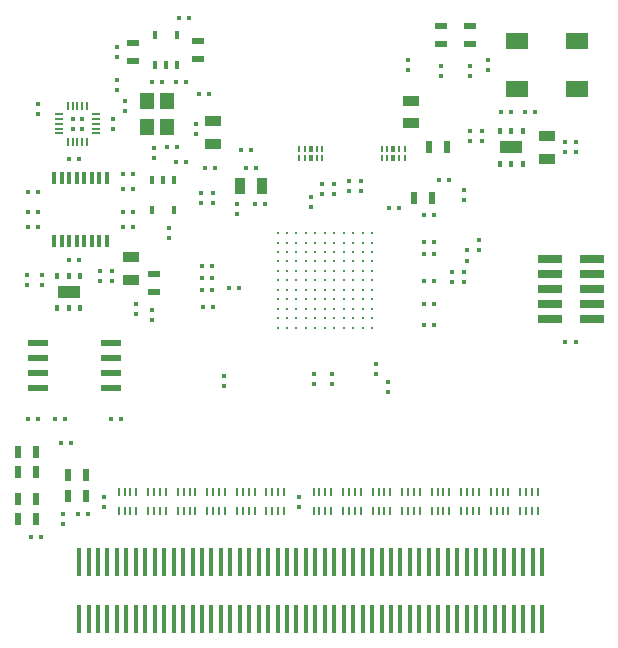
<source format=gtp>
G04 (created by PCBNEW (2013-07-07 BZR 4022)-stable) date 10/24/2013 12:22:47 AM*
%MOIN*%
G04 Gerber Fmt 3.4, Leading zero omitted, Abs format*
%FSLAX34Y34*%
G01*
G70*
G90*
G04 APERTURE LIST*
%ADD10C,0.00590551*%
%ADD11R,0.028X0.006*%
%ADD12R,0.006X0.028*%
%ADD13R,0.018X0.018*%
%ADD14R,0.0177X0.0925*%
%ADD15R,0.0767X0.0531*%
%ADD16R,0.00784252X0.0196535*%
%ADD17R,0.013748X0.0196535*%
%ADD18R,0.079X0.0255*%
%ADD19R,0.0452X0.0531*%
%ADD20C,0.0105*%
%ADD21R,0.0531X0.0334*%
%ADD22R,0.0531X0.033*%
%ADD23R,0.0334X0.0531*%
%ADD24R,0.033X0.0531*%
%ADD25R,0.018X0.028*%
%ADD26R,0.0157X0.022*%
%ADD27R,0.074X0.04*%
%ADD28R,0.0118X0.0433*%
%ADD29R,0.0157X0.0137*%
%ADD30R,0.0137X0.0157*%
%ADD31R,0.01X0.029*%
%ADD32R,0.023X0.043*%
%ADD33R,0.043X0.023*%
%ADD34R,0.0689X0.0216*%
G04 APERTURE END LIST*
G54D10*
G54D11*
X14453Y-15827D03*
G54D12*
X14745Y-16747D03*
G54D11*
X15664Y-16455D03*
G54D12*
X15373Y-15536D03*
G54D11*
X14453Y-15984D03*
G54D12*
X14902Y-16747D03*
G54D11*
X15664Y-16298D03*
G54D12*
X15216Y-15536D03*
G54D11*
X14453Y-16141D03*
G54D12*
X15059Y-16747D03*
G54D11*
X15664Y-16141D03*
G54D12*
X15059Y-15536D03*
G54D11*
X14453Y-16298D03*
G54D12*
X15216Y-16747D03*
G54D11*
X15664Y-15984D03*
G54D12*
X14902Y-15536D03*
G54D11*
X14453Y-16455D03*
G54D12*
X15373Y-16747D03*
G54D11*
X15664Y-15827D03*
G54D12*
X14745Y-15536D03*
G54D13*
X14901Y-15984D03*
X15216Y-15984D03*
X15216Y-16299D03*
X14901Y-16299D03*
G54D14*
X30552Y-30747D03*
X30552Y-32637D03*
X30237Y-30747D03*
X30237Y-32637D03*
X29922Y-30747D03*
X29922Y-32637D03*
X29607Y-30747D03*
X29607Y-32637D03*
X29292Y-30747D03*
X29292Y-32637D03*
X28977Y-30747D03*
X28977Y-32637D03*
X28662Y-30747D03*
X28662Y-32637D03*
X28347Y-30747D03*
X28347Y-32637D03*
X28032Y-30747D03*
X28032Y-32637D03*
X27717Y-30747D03*
X27717Y-32637D03*
X27402Y-30747D03*
X27402Y-32637D03*
X27087Y-30747D03*
X27087Y-32637D03*
X26772Y-30747D03*
X26772Y-32637D03*
X26457Y-30747D03*
X26457Y-32637D03*
X26142Y-30747D03*
X26142Y-32637D03*
X25827Y-30747D03*
X25827Y-32637D03*
X25512Y-30747D03*
X25512Y-32637D03*
X25197Y-30747D03*
X25197Y-32637D03*
X24882Y-30747D03*
X24882Y-32637D03*
X24567Y-30747D03*
X24567Y-32637D03*
X24252Y-30747D03*
X24252Y-32637D03*
X23937Y-30747D03*
X23937Y-32637D03*
X23622Y-30747D03*
X23622Y-32637D03*
X23307Y-30747D03*
X23307Y-32637D03*
X22992Y-30747D03*
X22992Y-32637D03*
X22677Y-30747D03*
X22677Y-32637D03*
X22362Y-30747D03*
X22362Y-32637D03*
X22047Y-30747D03*
X22047Y-32637D03*
X21732Y-30747D03*
X21732Y-32637D03*
X21417Y-30747D03*
X21417Y-32637D03*
X21102Y-30747D03*
X21102Y-32637D03*
X20787Y-30747D03*
X20787Y-32637D03*
X20472Y-30747D03*
X20472Y-32637D03*
X20157Y-30747D03*
X20157Y-32637D03*
X19842Y-30747D03*
X19842Y-32637D03*
X19527Y-30747D03*
X19527Y-32637D03*
X19212Y-30747D03*
X19212Y-32637D03*
X18897Y-30747D03*
X18897Y-32637D03*
X18582Y-30747D03*
X18582Y-32637D03*
X18267Y-30747D03*
X18267Y-32637D03*
X17952Y-30747D03*
X17952Y-32637D03*
X17637Y-30747D03*
X17637Y-32637D03*
X17322Y-30747D03*
X17322Y-32637D03*
X17007Y-30747D03*
X17007Y-32637D03*
X16692Y-30747D03*
X16692Y-32637D03*
X16377Y-30747D03*
X16377Y-32637D03*
X16062Y-30747D03*
X16062Y-32637D03*
X15747Y-30747D03*
X15747Y-32637D03*
X15432Y-30747D03*
X15432Y-32637D03*
X15117Y-30747D03*
X15117Y-32637D03*
G54D15*
X31708Y-13373D03*
X31708Y-14973D03*
X29708Y-13373D03*
X29708Y-14973D03*
G54D16*
X22440Y-16972D03*
G54D17*
X22834Y-16972D03*
G54D16*
X22637Y-16972D03*
X23228Y-16972D03*
X23031Y-16972D03*
X23031Y-17279D03*
X23228Y-17279D03*
X22637Y-17279D03*
G54D17*
X22834Y-17279D03*
G54D16*
X22440Y-17279D03*
X25196Y-16972D03*
G54D17*
X25590Y-16972D03*
G54D16*
X25393Y-16972D03*
X25984Y-16972D03*
X25787Y-16972D03*
X25787Y-17279D03*
X25984Y-17279D03*
X25393Y-17279D03*
G54D17*
X25590Y-17279D03*
G54D16*
X25196Y-17279D03*
G54D18*
X30796Y-22653D03*
X30796Y-22153D03*
X30796Y-21653D03*
X30796Y-21153D03*
X30796Y-20653D03*
X32196Y-20653D03*
X32196Y-21153D03*
X32196Y-21653D03*
X32196Y-22153D03*
X32196Y-22653D03*
G54D19*
X18051Y-15374D03*
X18051Y-16240D03*
X17381Y-15374D03*
X17381Y-16240D03*
G54D20*
X21732Y-19783D03*
X21732Y-20098D03*
X21732Y-20413D03*
X21732Y-20728D03*
X21732Y-21043D03*
X21732Y-21358D03*
X21732Y-21673D03*
X21732Y-21988D03*
X21732Y-22303D03*
X21732Y-22618D03*
X21732Y-22933D03*
X22047Y-19783D03*
X22047Y-20098D03*
X22047Y-20413D03*
X22047Y-20728D03*
X22047Y-21043D03*
X22047Y-21358D03*
X22047Y-21673D03*
X22047Y-21988D03*
X22047Y-22303D03*
X22047Y-22618D03*
X22047Y-22933D03*
X22362Y-19783D03*
X22362Y-20098D03*
X22362Y-20413D03*
X22362Y-20728D03*
X22362Y-21043D03*
X22362Y-21358D03*
X22362Y-21673D03*
X22362Y-21988D03*
X22362Y-22303D03*
X22362Y-22618D03*
X22362Y-22933D03*
X22677Y-19783D03*
X22677Y-20098D03*
X22677Y-20413D03*
X22677Y-20728D03*
X22677Y-21043D03*
X22677Y-21358D03*
X22677Y-21673D03*
X22677Y-21988D03*
X22677Y-22303D03*
X22677Y-22618D03*
X22677Y-22933D03*
X22992Y-19783D03*
X22992Y-20098D03*
X22992Y-20413D03*
X22992Y-20728D03*
X22992Y-21043D03*
X22992Y-21358D03*
X22992Y-21673D03*
X22992Y-21988D03*
X22992Y-22303D03*
X22992Y-22618D03*
X22992Y-22933D03*
X23307Y-19783D03*
X23307Y-20098D03*
X23307Y-20413D03*
X23307Y-20728D03*
X23307Y-21043D03*
X23307Y-21358D03*
X23307Y-21673D03*
X23307Y-21988D03*
X23307Y-22303D03*
X23307Y-22618D03*
X23307Y-22933D03*
X23622Y-19783D03*
X23622Y-20098D03*
X23622Y-20413D03*
X23622Y-20728D03*
X23622Y-21043D03*
X23622Y-21358D03*
X23622Y-21673D03*
X23622Y-21988D03*
X23622Y-22303D03*
X23622Y-22618D03*
X23622Y-22933D03*
X23937Y-19783D03*
X23937Y-20098D03*
X23937Y-20413D03*
X23937Y-20728D03*
X23937Y-21043D03*
X23937Y-21358D03*
X23937Y-21673D03*
X23937Y-21988D03*
X23937Y-22303D03*
X23937Y-22618D03*
X23937Y-22933D03*
X24252Y-19783D03*
X24252Y-20098D03*
X24252Y-20413D03*
X24252Y-20728D03*
X24252Y-21043D03*
X24252Y-21358D03*
X24252Y-21673D03*
X24252Y-21988D03*
X24252Y-22303D03*
X24252Y-22618D03*
X24252Y-22933D03*
X24567Y-19783D03*
X24567Y-20098D03*
X24567Y-20413D03*
X24567Y-20728D03*
X24567Y-21043D03*
X24567Y-21358D03*
X24567Y-21673D03*
X24567Y-21988D03*
X24567Y-22303D03*
X24567Y-22618D03*
X24567Y-22933D03*
X24882Y-19783D03*
X24882Y-20098D03*
X24882Y-20413D03*
X24882Y-20728D03*
X24882Y-21043D03*
X24882Y-21358D03*
X24882Y-21673D03*
X24882Y-21988D03*
X24882Y-22303D03*
X24882Y-22618D03*
X24882Y-22933D03*
G54D21*
X30708Y-16555D03*
G54D22*
X30708Y-17303D03*
G54D21*
X26181Y-15374D03*
G54D22*
X26181Y-16122D03*
G54D21*
X16830Y-20590D03*
G54D22*
X16830Y-21338D03*
G54D21*
X19586Y-16811D03*
G54D22*
X19586Y-16063D03*
G54D23*
X21220Y-18208D03*
G54D24*
X20472Y-18208D03*
G54D25*
X18288Y-18003D03*
X17538Y-18003D03*
X18288Y-19003D03*
X17913Y-18003D03*
X17538Y-19003D03*
X17636Y-14181D03*
X18386Y-14181D03*
X17636Y-13181D03*
X18011Y-14181D03*
X18386Y-13181D03*
G54D26*
X14389Y-22296D03*
X14763Y-22296D03*
X15137Y-22296D03*
X15137Y-21206D03*
X14763Y-21206D03*
X14389Y-21206D03*
G54D27*
X14763Y-21751D03*
G54D26*
X29153Y-17474D03*
X29527Y-17474D03*
X29901Y-17474D03*
X29901Y-16384D03*
X29527Y-16384D03*
X29153Y-16384D03*
G54D27*
X29527Y-16929D03*
G54D28*
X16032Y-17942D03*
X15782Y-17942D03*
X15532Y-17942D03*
X15282Y-17942D03*
X15032Y-17942D03*
X14782Y-17942D03*
X14532Y-17942D03*
X14282Y-17942D03*
X14282Y-20050D03*
X14532Y-20050D03*
X14782Y-20050D03*
X15032Y-20050D03*
X15282Y-20050D03*
X15532Y-20050D03*
X15782Y-20050D03*
X16032Y-20050D03*
G54D29*
X16377Y-15009D03*
X16377Y-14675D03*
G54D30*
X19556Y-21673D03*
X19222Y-21673D03*
G54D29*
X27952Y-21092D03*
X27952Y-21426D03*
X15826Y-21053D03*
X15826Y-21387D03*
X16377Y-13573D03*
X16377Y-13907D03*
X23622Y-18474D03*
X23622Y-18140D03*
X23228Y-18474D03*
X23228Y-18140D03*
G54D30*
X18336Y-14763D03*
X18670Y-14763D03*
X13415Y-19094D03*
X13749Y-19094D03*
G54D29*
X19192Y-18769D03*
X19192Y-18435D03*
X16633Y-15718D03*
X16633Y-15384D03*
G54D30*
X16899Y-19094D03*
X16565Y-19094D03*
G54D29*
X22834Y-18907D03*
X22834Y-18573D03*
G54D30*
X14793Y-20669D03*
X15127Y-20669D03*
X16899Y-19586D03*
X16565Y-19586D03*
G54D29*
X24114Y-18375D03*
X24114Y-18041D03*
G54D30*
X21308Y-18799D03*
X20974Y-18799D03*
G54D29*
X28740Y-14340D03*
X28740Y-14006D03*
X25000Y-24144D03*
X25000Y-24478D03*
X20374Y-18829D03*
X20374Y-19163D03*
G54D30*
X31663Y-23425D03*
X31329Y-23425D03*
X19655Y-17618D03*
X19321Y-17618D03*
X20502Y-17027D03*
X20836Y-17027D03*
X13415Y-19586D03*
X13749Y-19586D03*
X26604Y-20472D03*
X26938Y-20472D03*
G54D29*
X18110Y-19616D03*
X18110Y-19950D03*
G54D30*
X25443Y-18956D03*
X25777Y-18956D03*
G54D29*
X13877Y-21191D03*
X13877Y-21525D03*
G54D30*
X26604Y-20078D03*
X26938Y-20078D03*
X26604Y-22145D03*
X26938Y-22145D03*
G54D29*
X25413Y-24754D03*
X25413Y-25088D03*
G54D30*
X13749Y-18405D03*
X13415Y-18405D03*
G54D29*
X19586Y-18769D03*
X19586Y-18435D03*
G54D30*
X19556Y-21279D03*
X19222Y-21279D03*
G54D29*
X27559Y-21092D03*
X27559Y-21426D03*
X16200Y-21053D03*
X16200Y-21387D03*
X13385Y-21191D03*
X13385Y-21525D03*
X24507Y-18375D03*
X24507Y-18041D03*
G54D30*
X19458Y-15157D03*
X19124Y-15157D03*
X18041Y-16929D03*
X18375Y-16929D03*
G54D29*
X13759Y-15816D03*
X13759Y-15482D03*
X28051Y-20698D03*
X28051Y-20364D03*
X28444Y-20029D03*
X28444Y-20363D03*
X16240Y-16308D03*
X16240Y-15974D03*
X17618Y-16958D03*
X17618Y-17292D03*
G54D30*
X18336Y-17421D03*
X18670Y-17421D03*
G54D29*
X28149Y-14537D03*
X28149Y-14203D03*
X27165Y-14537D03*
X27165Y-14203D03*
G54D30*
X17549Y-14763D03*
X17883Y-14763D03*
G54D29*
X14566Y-29497D03*
X14566Y-29163D03*
G54D30*
X18435Y-12598D03*
X18769Y-12598D03*
X29163Y-15748D03*
X29497Y-15748D03*
X29990Y-15748D03*
X30324Y-15748D03*
X16565Y-18307D03*
X16899Y-18307D03*
X16565Y-17814D03*
X16899Y-17814D03*
G54D29*
X15944Y-28907D03*
X15944Y-28573D03*
X22440Y-28907D03*
X22440Y-28573D03*
G54D31*
X17026Y-28426D03*
X16829Y-28426D03*
X16633Y-28426D03*
X16436Y-28426D03*
X16436Y-29055D03*
X16633Y-29055D03*
X16829Y-29055D03*
X17026Y-29055D03*
X18010Y-28426D03*
X17813Y-28426D03*
X17617Y-28426D03*
X17420Y-28426D03*
X17420Y-29055D03*
X17617Y-29055D03*
X17813Y-29055D03*
X18010Y-29055D03*
X18995Y-28426D03*
X18798Y-28426D03*
X18602Y-28426D03*
X18405Y-28426D03*
X18405Y-29055D03*
X18602Y-29055D03*
X18798Y-29055D03*
X18995Y-29055D03*
X19979Y-28426D03*
X19782Y-28426D03*
X19586Y-28426D03*
X19389Y-28426D03*
X19389Y-29055D03*
X19586Y-29055D03*
X19782Y-29055D03*
X19979Y-29055D03*
X20963Y-28426D03*
X20766Y-28426D03*
X20570Y-28426D03*
X20373Y-28426D03*
X20373Y-29055D03*
X20570Y-29055D03*
X20766Y-29055D03*
X20963Y-29055D03*
X23522Y-28426D03*
X23325Y-28426D03*
X23129Y-28426D03*
X22932Y-28426D03*
X22932Y-29055D03*
X23129Y-29055D03*
X23325Y-29055D03*
X23522Y-29055D03*
X24506Y-28426D03*
X24309Y-28426D03*
X24113Y-28426D03*
X23916Y-28426D03*
X23916Y-29055D03*
X24113Y-29055D03*
X24309Y-29055D03*
X24506Y-29055D03*
X25491Y-28426D03*
X25294Y-28426D03*
X25098Y-28426D03*
X24901Y-28426D03*
X24901Y-29055D03*
X25098Y-29055D03*
X25294Y-29055D03*
X25491Y-29055D03*
X26475Y-28426D03*
X26278Y-28426D03*
X26082Y-28426D03*
X25885Y-28426D03*
X25885Y-29055D03*
X26082Y-29055D03*
X26278Y-29055D03*
X26475Y-29055D03*
X21947Y-28426D03*
X21750Y-28426D03*
X21554Y-28426D03*
X21357Y-28426D03*
X21357Y-29055D03*
X21554Y-29055D03*
X21750Y-29055D03*
X21947Y-29055D03*
X27459Y-28426D03*
X27262Y-28426D03*
X27066Y-28426D03*
X26869Y-28426D03*
X26869Y-29055D03*
X27066Y-29055D03*
X27262Y-29055D03*
X27459Y-29055D03*
X28443Y-28426D03*
X28246Y-28426D03*
X28050Y-28426D03*
X27853Y-28426D03*
X27853Y-29055D03*
X28050Y-29055D03*
X28246Y-29055D03*
X28443Y-29055D03*
X29428Y-28426D03*
X29231Y-28426D03*
X29035Y-28426D03*
X28838Y-28426D03*
X28838Y-29055D03*
X29035Y-29055D03*
X29231Y-29055D03*
X29428Y-29055D03*
X30412Y-28426D03*
X30215Y-28426D03*
X30019Y-28426D03*
X29822Y-28426D03*
X29822Y-29055D03*
X30019Y-29055D03*
X30215Y-29055D03*
X30412Y-29055D03*
G54D32*
X13085Y-29330D03*
X13685Y-29330D03*
X13085Y-27755D03*
X13685Y-27755D03*
G54D30*
X13514Y-29921D03*
X13848Y-29921D03*
G54D33*
X16929Y-13440D03*
X16929Y-14040D03*
G54D29*
X26082Y-14340D03*
X26082Y-14006D03*
G54D30*
X21013Y-17618D03*
X20679Y-17618D03*
G54D29*
X18996Y-16466D03*
X18996Y-16132D03*
G54D30*
X27096Y-18011D03*
X27430Y-18011D03*
G54D29*
X28543Y-16368D03*
X28543Y-16702D03*
X31692Y-16762D03*
X31692Y-17096D03*
X28149Y-16368D03*
X28149Y-16702D03*
G54D30*
X14793Y-17322D03*
X15127Y-17322D03*
G54D32*
X26274Y-18602D03*
X26874Y-18602D03*
G54D29*
X31299Y-16762D03*
X31299Y-17096D03*
G54D32*
X13085Y-27066D03*
X13685Y-27066D03*
X13085Y-28641D03*
X13685Y-28641D03*
X15359Y-27854D03*
X14759Y-27854D03*
G54D30*
X15422Y-29133D03*
X15088Y-29133D03*
G54D33*
X27165Y-13488D03*
X27165Y-12888D03*
X28149Y-13488D03*
X28149Y-12888D03*
G54D32*
X15359Y-28543D03*
X14759Y-28543D03*
G54D30*
X26604Y-19192D03*
X26938Y-19192D03*
X19556Y-20885D03*
X19222Y-20885D03*
X19576Y-22263D03*
X19242Y-22263D03*
G54D29*
X27952Y-18336D03*
X27952Y-18670D03*
G54D30*
X26604Y-21397D03*
X26938Y-21397D03*
X26604Y-22834D03*
X26938Y-22834D03*
G54D29*
X22933Y-24478D03*
X22933Y-24812D03*
X23562Y-24478D03*
X23562Y-24812D03*
G54D32*
X26766Y-16929D03*
X27366Y-16929D03*
G54D33*
X19094Y-13981D03*
X19094Y-13381D03*
G54D34*
X13747Y-24962D03*
X16173Y-24962D03*
X13747Y-24462D03*
X13747Y-23962D03*
X13747Y-23462D03*
X16173Y-24462D03*
X16173Y-23962D03*
X16173Y-23462D03*
G54D33*
X17618Y-21156D03*
X17618Y-21756D03*
G54D30*
X20442Y-21614D03*
X20108Y-21614D03*
G54D29*
X19940Y-24891D03*
X19940Y-24557D03*
G54D30*
X13415Y-25984D03*
X13749Y-25984D03*
G54D29*
X17559Y-22352D03*
X17559Y-22686D03*
G54D30*
X16505Y-25984D03*
X16171Y-25984D03*
X14301Y-25984D03*
X14635Y-25984D03*
G54D29*
X17027Y-22470D03*
X17027Y-22136D03*
G54D30*
X14498Y-26771D03*
X14832Y-26771D03*
M02*

</source>
